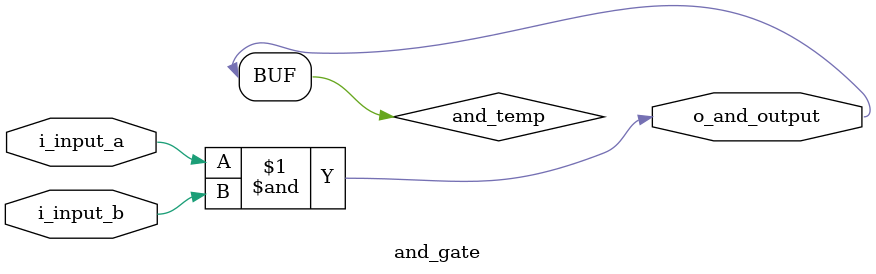
<source format=v>
module and_gate
(
    i_input_a,   // AND input a
    i_input_b,   // AND input b 
    o_and_output // AND output 
);

// Defining inputs and outputs 
input i_input_a;
input i_input_b;
output o_and_output;

// Defining output for AND gate
wire and_temp;
assign and_temp = i_input_a & i_input_b;

assign o_and_output = and_temp;

endmodule 
</source>
